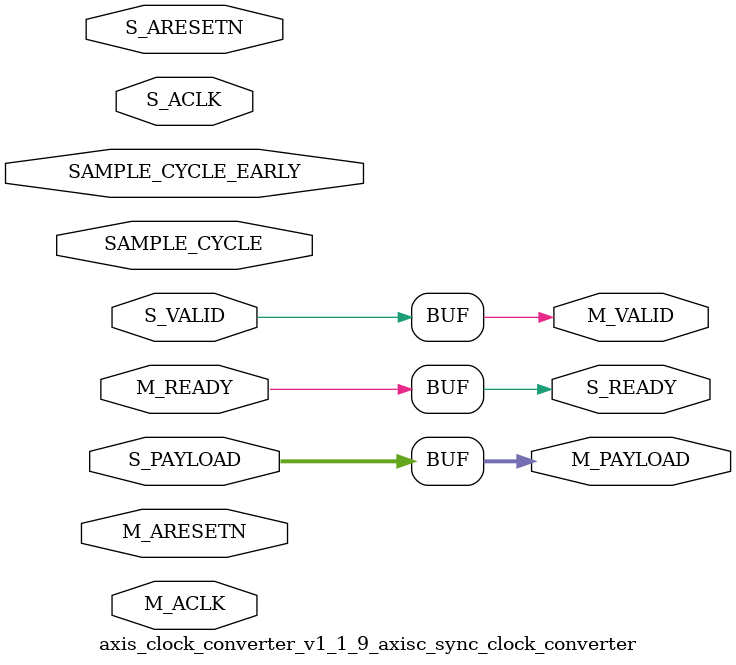
<source format=v>

`timescale 1ps/1ps
`default_nettype none

(* DowngradeIPIdentifiedWarnings="yes" *)
module axis_clock_converter_v1_1_9_axisc_sync_clock_converter # (
///////////////////////////////////////////////////////////////////////////////
// Parameter Definitions
///////////////////////////////////////////////////////////////////////////////
  parameter C_FAMILY     = "virtex6",
  parameter integer C_PAYLOAD_WIDTH = 32,
  parameter integer C_S_ACLK_RATIO = 1,
  parameter integer C_M_ACLK_RATIO = 1,
  parameter integer C_MODE = 1  // 0 = light-weight (1-deep); 1 = fully-pipelined (2-deep)
  )
 (
///////////////////////////////////////////////////////////////////////////////
// Port Declarations
///////////////////////////////////////////////////////////////////////////////
  input wire                         SAMPLE_CYCLE_EARLY,
  input wire                         SAMPLE_CYCLE,
  // Slave side
  input  wire                        S_ACLK,
  input  wire                        S_ARESETN,
  input  wire [C_PAYLOAD_WIDTH-1:0]  S_PAYLOAD,
  input  wire                        S_VALID,
  output wire                        S_READY,

  // Master side
  input  wire                        M_ACLK,
  input  wire                        M_ARESETN,
  output wire [C_PAYLOAD_WIDTH-1:0]  M_PAYLOAD,
  output wire                        M_VALID,
  input  wire                        M_READY
);

////////////////////////////////////////////////////////////////////////////////
// Functions
////////////////////////////////////////////////////////////////////////////////

////////////////////////////////////////////////////////////////////////////////
// Local parameters
////////////////////////////////////////////////////////////////////////////////
localparam [1:0] ZERO = 2'b10;
localparam [1:0] ONE  = 2'b11;
localparam [1:0] FULL = 2'b01;
localparam [1:0] INIT = 2'b00;
localparam integer P_LIGHT_WT = 0;
localparam integer P_FULLY_REG = 1;

////////////////////////////////////////////////////////////////////////////////
// Wires/Reg declarations
////////////////////////////////////////////////////////////////////////////////

////////////////////////////////////////////////////////////////////////////////
// BEGIN RTL
////////////////////////////////////////////////////////////////////////////////

generate
  if (C_S_ACLK_RATIO == C_M_ACLK_RATIO) begin : gen_passthru
    assign M_PAYLOAD = S_PAYLOAD;
    assign M_VALID   = S_VALID;
    assign S_READY   = M_READY;      
  end else begin : gen_sync_clock_converter
    wire s_sample_cycle;
    wire s_sample_cycle_early;
    wire m_sample_cycle;
    wire m_sample_cycle_early;

    wire slow_aclk;
    wire slow_areset;
    reg  s_areset_r;
    reg  m_areset_r;
   
    reg  s_ready_r; 
    wire s_ready_ns; 
    reg  m_valid_r; 
    wire m_valid_ns; 
    reg  [C_PAYLOAD_WIDTH-1:0] m_payload_r;
    reg  [C_PAYLOAD_WIDTH-1:0] m_storage_r;
    wire [C_PAYLOAD_WIDTH-1:0] m_payload_ns; 
    wire [C_PAYLOAD_WIDTH-1:0] m_storage_ns; 
    reg  m_ready_hold;
    wire m_ready_sample;
    wire load_payload;
    wire load_storage;
    wire load_payload_from_storage;
    reg [1:0] state;
    reg [1:0] next_state;
    
    always @(posedge S_ACLK) begin
      s_areset_r <= ~(S_ARESETN & M_ARESETN);
    end
  
    always @(posedge M_ACLK) begin
      m_areset_r <= ~(S_ARESETN & M_ARESETN);
    end

    assign slow_aclk   = (C_S_ACLK_RATIO > C_M_ACLK_RATIO) ? M_ACLK   : S_ACLK;
    assign slow_areset = (C_S_ACLK_RATIO > C_M_ACLK_RATIO) ? m_areset_r : s_areset_r;
    assign s_sample_cycle_early = (C_S_ACLK_RATIO > C_M_ACLK_RATIO) ? SAMPLE_CYCLE_EARLY : 1'b1;
    assign s_sample_cycle       = (C_S_ACLK_RATIO > C_M_ACLK_RATIO) ? SAMPLE_CYCLE : 1'b1;
    assign m_sample_cycle_early = (C_S_ACLK_RATIO > C_M_ACLK_RATIO) ? 1'b1 : SAMPLE_CYCLE_EARLY;
    assign m_sample_cycle       = (C_S_ACLK_RATIO > C_M_ACLK_RATIO) ? 1'b1 : SAMPLE_CYCLE;

    // Output flop for S_READY, value is encoded into state machine.
    assign s_ready_ns = (C_S_ACLK_RATIO > C_M_ACLK_RATIO) ? state[1] & (state != INIT) : next_state[1];

    always @(posedge S_ACLK) begin 
      if (s_areset_r) begin
        s_ready_r <= 1'b0;
      end
      else begin
        s_ready_r <= s_sample_cycle_early ? s_ready_ns : 1'b0;
      end
    end

    assign S_READY = s_ready_r;

    // Output flop for M_VALID
    assign m_valid_ns = next_state[0];

    always @(posedge M_ACLK) begin 
      if (m_areset_r) begin
        m_valid_r <= 1'b0;
      end
      else begin
        m_valid_r <= m_sample_cycle ? m_valid_ns : m_valid_r & ~M_READY;
      end
    end

    assign M_VALID = m_valid_r;

    // Hold register for M_READY when M_ACLK is fast.
    always @(posedge M_ACLK) begin 
      if (m_areset_r) begin
        m_ready_hold <= 1'b0;
      end
      else begin
        m_ready_hold <= m_sample_cycle ? 1'b0 : m_ready_sample;
      end
    end

    assign m_ready_sample = (M_READY ) | m_ready_hold;
    // Output/storage flops for PAYLOAD
    assign m_payload_ns = ~load_payload ? m_payload_r :
                           load_payload_from_storage ? m_storage_r : 
                           S_PAYLOAD;

    assign m_storage_ns = (C_MODE == P_FULLY_REG) ? (load_storage ? S_PAYLOAD : m_storage_r) : {C_PAYLOAD_WIDTH{1'b0}};

    always @(posedge slow_aclk) begin 
      m_payload_r <= m_payload_ns;
      m_storage_r <= (C_MODE == P_FULLY_REG) ? m_storage_ns : 0;
    end

    assign M_PAYLOAD = m_payload_r;

    // load logic
    assign load_storage = (C_MODE == P_FULLY_REG) && (state != FULL);
    assign load_payload = m_ready_sample || (state == ZERO);
    assign load_payload_from_storage = (C_MODE == P_FULLY_REG) && (state == FULL) && m_ready_sample;
    
    // State machine
    always @(posedge slow_aclk) begin 
      state <= next_state;
    end

    always @* begin 
      if (slow_areset) begin 
        next_state = INIT;
      end else begin
        case (state)
          INIT: begin
            next_state = ZERO;
          end
          // No transaction stored locally
          ZERO: begin
            if (S_VALID) begin
              next_state = (C_MODE == P_FULLY_REG) ? ONE : FULL; // Push from empty
            end
            else begin
              next_state = ZERO;
            end
          end

          // One transaction stored locally
          ONE: begin
            if (m_ready_sample & ~S_VALID) begin 
              next_state = ZERO; // Read out one so move to ZERO
            end
            else if (~m_ready_sample & S_VALID) begin
              next_state = FULL;  // Got another one so move to FULL
            end
            else begin
              next_state = ONE;
            end
          end

          // Storage registers full
          FULL: begin 
            if (m_ready_sample) begin
              next_state = (C_MODE == P_FULLY_REG) ? ONE : ZERO; // Pop from full
            end
            else begin
              next_state = FULL;
            end
          end
          default: begin
            next_state = ZERO;
          end
        endcase // case (state)
      end
    end
  end // gen_sync_clock_converter
  endgenerate
endmodule // axisc_sync_clock_converter

`default_nettype wire

</source>
